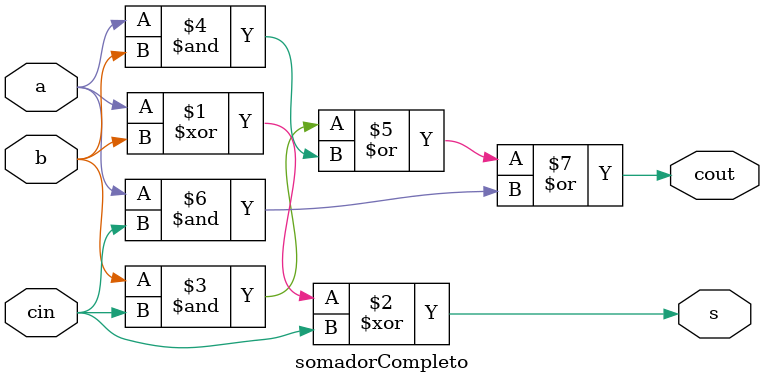
<source format=sv>
module SomadorSerial(
  input logic A,B,clk,rst,
  output logic S,Cout
);

logic carry;

somadorCompleto somacom(
    .a(A),
    .b(B),
    .cin(carry),
    .s(S),
    .cout(Cout)
);

always_ff @(posedge clk or posedge rst)
  begin
    if(rst)
      begin
carry<= 1'b0;
      end
    else
      begin
        
        carry<=Cout;
      end
  end
  
endmodule

module somadorCompleto(
    input logic a,b,cin,
    output logic s,cout 
);
  assign s = a^b^cin;
  assign cout = (b&cin) | (a&b) | (a&cin);

endmodule
</source>
